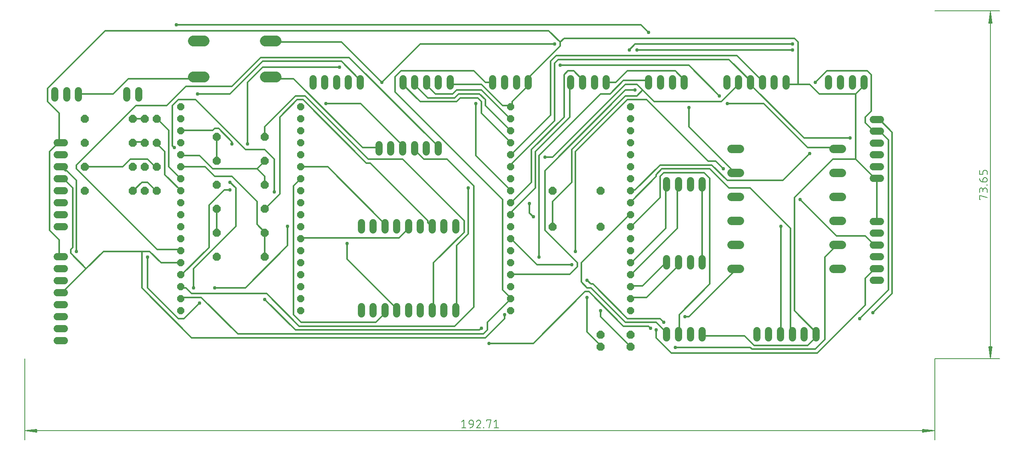
<source format=gbr>
G04 EAGLE Gerber RS-274X export*
G75*
%MOMM*%
%FSLAX34Y34*%
%LPD*%
%INTop Copper*%
%IPPOS*%
%AMOC8*
5,1,8,0,0,1.08239X$1,22.5*%
G01*
%ADD10C,0.130000*%
%ADD11C,0.152400*%
%ADD12C,2.247900*%
%ADD13C,1.524000*%
%ADD14P,1.632244X8X22.500000*%
%ADD15C,1.790700*%
%ADD16P,1.814519X8X22.500000*%
%ADD17P,1.814519X8X202.500000*%
%ADD18P,1.814519X8X112.500000*%
%ADD19C,0.304800*%
%ADD20C,0.756400*%


D10*
X0Y0D02*
X0Y-171900D01*
X1927100Y-171900D02*
X1927100Y0D01*
X1926450Y-152400D02*
X650Y-152400D01*
X26000Y-149208D01*
X26000Y-155592D01*
X650Y-152400D01*
X26000Y-151100D01*
X26000Y-153700D02*
X650Y-152400D01*
X26000Y-149800D01*
X26000Y-155000D02*
X650Y-152400D01*
X1901100Y-149208D02*
X1926450Y-152400D01*
X1901100Y-149208D02*
X1901100Y-155592D01*
X1926450Y-152400D01*
X1901100Y-151100D01*
X1901100Y-153700D02*
X1926450Y-152400D01*
X1901100Y-149800D01*
X1901100Y-155000D02*
X1926450Y-152400D01*
D11*
X929821Y-129637D02*
X925306Y-133249D01*
X929821Y-129637D02*
X929821Y-145893D01*
X925306Y-145893D02*
X934337Y-145893D01*
X944550Y-138668D02*
X949968Y-138668D01*
X944550Y-138668D02*
X944432Y-138666D01*
X944314Y-138660D01*
X944196Y-138651D01*
X944079Y-138637D01*
X943962Y-138620D01*
X943845Y-138599D01*
X943730Y-138574D01*
X943615Y-138545D01*
X943501Y-138512D01*
X943389Y-138476D01*
X943278Y-138436D01*
X943168Y-138393D01*
X943059Y-138346D01*
X942952Y-138296D01*
X942847Y-138241D01*
X942744Y-138184D01*
X942643Y-138123D01*
X942543Y-138059D01*
X942446Y-137992D01*
X942351Y-137922D01*
X942259Y-137848D01*
X942168Y-137772D01*
X942081Y-137692D01*
X941996Y-137610D01*
X941914Y-137525D01*
X941834Y-137438D01*
X941758Y-137347D01*
X941684Y-137255D01*
X941614Y-137160D01*
X941547Y-137063D01*
X941483Y-136963D01*
X941422Y-136862D01*
X941365Y-136759D01*
X941310Y-136654D01*
X941260Y-136547D01*
X941213Y-136438D01*
X941170Y-136328D01*
X941130Y-136217D01*
X941094Y-136105D01*
X941061Y-135991D01*
X941032Y-135876D01*
X941007Y-135761D01*
X940986Y-135644D01*
X940969Y-135527D01*
X940955Y-135410D01*
X940946Y-135292D01*
X940940Y-135174D01*
X940938Y-135056D01*
X940937Y-135056D02*
X940937Y-134153D01*
X940939Y-134020D01*
X940945Y-133888D01*
X940955Y-133756D01*
X940968Y-133624D01*
X940986Y-133492D01*
X941007Y-133362D01*
X941032Y-133231D01*
X941061Y-133102D01*
X941094Y-132974D01*
X941130Y-132846D01*
X941170Y-132720D01*
X941214Y-132595D01*
X941262Y-132471D01*
X941313Y-132349D01*
X941368Y-132228D01*
X941426Y-132109D01*
X941488Y-131991D01*
X941553Y-131876D01*
X941622Y-131762D01*
X941693Y-131651D01*
X941769Y-131542D01*
X941847Y-131435D01*
X941928Y-131330D01*
X942013Y-131228D01*
X942100Y-131128D01*
X942190Y-131031D01*
X942283Y-130936D01*
X942379Y-130845D01*
X942477Y-130756D01*
X942578Y-130670D01*
X942682Y-130587D01*
X942788Y-130507D01*
X942896Y-130431D01*
X943006Y-130357D01*
X943119Y-130287D01*
X943233Y-130220D01*
X943350Y-130157D01*
X943468Y-130097D01*
X943588Y-130040D01*
X943710Y-129987D01*
X943833Y-129938D01*
X943957Y-129892D01*
X944083Y-129850D01*
X944210Y-129812D01*
X944338Y-129777D01*
X944467Y-129746D01*
X944596Y-129719D01*
X944727Y-129696D01*
X944858Y-129676D01*
X944990Y-129661D01*
X945122Y-129649D01*
X945254Y-129641D01*
X945387Y-129637D01*
X945519Y-129637D01*
X945652Y-129641D01*
X945784Y-129649D01*
X945916Y-129661D01*
X946048Y-129676D01*
X946179Y-129696D01*
X946310Y-129719D01*
X946439Y-129746D01*
X946568Y-129777D01*
X946696Y-129812D01*
X946823Y-129850D01*
X946949Y-129892D01*
X947073Y-129938D01*
X947196Y-129987D01*
X947318Y-130040D01*
X947438Y-130097D01*
X947556Y-130157D01*
X947673Y-130220D01*
X947787Y-130287D01*
X947900Y-130357D01*
X948010Y-130431D01*
X948118Y-130507D01*
X948224Y-130587D01*
X948328Y-130670D01*
X948429Y-130756D01*
X948527Y-130845D01*
X948623Y-130936D01*
X948716Y-131031D01*
X948806Y-131128D01*
X948893Y-131228D01*
X948978Y-131330D01*
X949059Y-131435D01*
X949137Y-131542D01*
X949213Y-131651D01*
X949284Y-131762D01*
X949353Y-131876D01*
X949418Y-131991D01*
X949480Y-132109D01*
X949538Y-132228D01*
X949593Y-132349D01*
X949644Y-132471D01*
X949692Y-132595D01*
X949736Y-132720D01*
X949776Y-132846D01*
X949812Y-132974D01*
X949845Y-133102D01*
X949874Y-133231D01*
X949899Y-133362D01*
X949920Y-133492D01*
X949938Y-133624D01*
X949951Y-133756D01*
X949961Y-133888D01*
X949967Y-134020D01*
X949969Y-134153D01*
X949968Y-134153D02*
X949968Y-138668D01*
X949966Y-138843D01*
X949960Y-139017D01*
X949949Y-139191D01*
X949934Y-139365D01*
X949915Y-139539D01*
X949892Y-139712D01*
X949865Y-139884D01*
X949833Y-140056D01*
X949798Y-140227D01*
X949758Y-140397D01*
X949714Y-140566D01*
X949666Y-140734D01*
X949614Y-140901D01*
X949558Y-141066D01*
X949498Y-141230D01*
X949435Y-141393D01*
X949367Y-141553D01*
X949295Y-141713D01*
X949220Y-141870D01*
X949140Y-142026D01*
X949057Y-142179D01*
X948971Y-142331D01*
X948880Y-142480D01*
X948786Y-142627D01*
X948689Y-142772D01*
X948588Y-142915D01*
X948484Y-143055D01*
X948376Y-143192D01*
X948265Y-143327D01*
X948151Y-143459D01*
X948034Y-143588D01*
X947913Y-143715D01*
X947790Y-143838D01*
X947663Y-143959D01*
X947534Y-144076D01*
X947402Y-144190D01*
X947267Y-144301D01*
X947130Y-144409D01*
X946990Y-144513D01*
X946847Y-144614D01*
X946702Y-144711D01*
X946555Y-144805D01*
X946406Y-144896D01*
X946254Y-144982D01*
X946101Y-145065D01*
X945945Y-145145D01*
X945788Y-145220D01*
X945628Y-145292D01*
X945468Y-145360D01*
X945305Y-145423D01*
X945141Y-145483D01*
X944976Y-145539D01*
X944809Y-145591D01*
X944641Y-145639D01*
X944472Y-145683D01*
X944302Y-145723D01*
X944131Y-145758D01*
X943959Y-145790D01*
X943787Y-145817D01*
X943614Y-145840D01*
X943440Y-145859D01*
X943266Y-145874D01*
X943092Y-145885D01*
X942918Y-145891D01*
X942743Y-145893D01*
X961535Y-129637D02*
X961660Y-129639D01*
X961785Y-129645D01*
X961910Y-129654D01*
X962034Y-129668D01*
X962158Y-129685D01*
X962282Y-129706D01*
X962404Y-129731D01*
X962526Y-129760D01*
X962647Y-129792D01*
X962767Y-129828D01*
X962886Y-129868D01*
X963003Y-129911D01*
X963119Y-129958D01*
X963234Y-130009D01*
X963346Y-130063D01*
X963458Y-130121D01*
X963567Y-130181D01*
X963674Y-130246D01*
X963780Y-130313D01*
X963883Y-130384D01*
X963984Y-130458D01*
X964083Y-130535D01*
X964179Y-130615D01*
X964273Y-130698D01*
X964364Y-130783D01*
X964453Y-130872D01*
X964538Y-130963D01*
X964621Y-131057D01*
X964701Y-131153D01*
X964778Y-131252D01*
X964852Y-131353D01*
X964923Y-131456D01*
X964990Y-131562D01*
X965055Y-131669D01*
X965115Y-131778D01*
X965173Y-131890D01*
X965227Y-132002D01*
X965278Y-132117D01*
X965325Y-132233D01*
X965368Y-132350D01*
X965408Y-132469D01*
X965444Y-132589D01*
X965476Y-132710D01*
X965505Y-132832D01*
X965530Y-132954D01*
X965551Y-133078D01*
X965568Y-133202D01*
X965582Y-133326D01*
X965591Y-133451D01*
X965597Y-133576D01*
X965599Y-133701D01*
X961535Y-129637D02*
X961392Y-129639D01*
X961250Y-129645D01*
X961107Y-129655D01*
X960965Y-129668D01*
X960824Y-129686D01*
X960682Y-129707D01*
X960542Y-129732D01*
X960402Y-129761D01*
X960263Y-129794D01*
X960125Y-129831D01*
X959988Y-129871D01*
X959853Y-129915D01*
X959718Y-129963D01*
X959585Y-130015D01*
X959453Y-130070D01*
X959323Y-130129D01*
X959195Y-130191D01*
X959068Y-130257D01*
X958943Y-130326D01*
X958820Y-130398D01*
X958699Y-130474D01*
X958581Y-130553D01*
X958464Y-130636D01*
X958350Y-130721D01*
X958238Y-130810D01*
X958129Y-130901D01*
X958022Y-130996D01*
X957917Y-131093D01*
X957816Y-131194D01*
X957717Y-131297D01*
X957621Y-131402D01*
X957528Y-131511D01*
X957438Y-131622D01*
X957351Y-131735D01*
X957267Y-131850D01*
X957187Y-131968D01*
X957109Y-132088D01*
X957035Y-132210D01*
X956965Y-132334D01*
X956897Y-132460D01*
X956834Y-132588D01*
X956773Y-132717D01*
X956716Y-132848D01*
X956663Y-132980D01*
X956614Y-133114D01*
X956568Y-133249D01*
X964244Y-136862D02*
X964338Y-136770D01*
X964428Y-136676D01*
X964516Y-136579D01*
X964601Y-136479D01*
X964683Y-136377D01*
X964761Y-136272D01*
X964837Y-136165D01*
X964909Y-136056D01*
X964978Y-135945D01*
X965044Y-135831D01*
X965106Y-135716D01*
X965165Y-135599D01*
X965220Y-135480D01*
X965271Y-135360D01*
X965319Y-135238D01*
X965364Y-135115D01*
X965404Y-134991D01*
X965441Y-134865D01*
X965474Y-134738D01*
X965503Y-134611D01*
X965529Y-134482D01*
X965550Y-134353D01*
X965568Y-134223D01*
X965581Y-134093D01*
X965591Y-133963D01*
X965597Y-133832D01*
X965599Y-133701D01*
X964245Y-136862D02*
X956568Y-145893D01*
X965599Y-145893D01*
X971574Y-145893D02*
X971574Y-144990D01*
X972477Y-144990D01*
X972477Y-145893D01*
X971574Y-145893D01*
X978452Y-131443D02*
X978452Y-129637D01*
X987483Y-129637D01*
X982968Y-145893D01*
X994083Y-133249D02*
X998599Y-129637D01*
X998599Y-145893D01*
X1003114Y-145893D02*
X994083Y-145893D01*
D10*
X1927100Y0D02*
X2064200Y0D01*
X2064200Y736500D02*
X1927100Y736500D01*
X2044700Y735850D02*
X2044700Y650D01*
X2041508Y26000D01*
X2047892Y26000D01*
X2044700Y650D01*
X2043400Y26000D01*
X2046000Y26000D02*
X2044700Y650D01*
X2042100Y26000D01*
X2047300Y26000D02*
X2044700Y650D01*
X2041508Y710500D02*
X2044700Y735850D01*
X2041508Y710500D02*
X2047892Y710500D01*
X2044700Y735850D01*
X2043400Y710500D01*
X2046000Y710500D02*
X2044700Y735850D01*
X2042100Y710500D01*
X2047300Y710500D02*
X2044700Y735850D01*
D11*
X2023743Y337102D02*
X2021937Y337102D01*
X2021937Y346133D01*
X2038193Y341618D01*
X2038193Y352733D02*
X2038193Y357249D01*
X2038191Y357382D01*
X2038185Y357514D01*
X2038175Y357646D01*
X2038162Y357778D01*
X2038144Y357910D01*
X2038123Y358040D01*
X2038098Y358171D01*
X2038069Y358300D01*
X2038036Y358428D01*
X2038000Y358556D01*
X2037960Y358682D01*
X2037916Y358807D01*
X2037868Y358931D01*
X2037817Y359053D01*
X2037762Y359174D01*
X2037704Y359293D01*
X2037642Y359411D01*
X2037577Y359526D01*
X2037508Y359640D01*
X2037437Y359751D01*
X2037361Y359860D01*
X2037283Y359967D01*
X2037202Y360072D01*
X2037117Y360174D01*
X2037030Y360274D01*
X2036940Y360371D01*
X2036847Y360466D01*
X2036751Y360557D01*
X2036653Y360646D01*
X2036552Y360732D01*
X2036448Y360815D01*
X2036342Y360895D01*
X2036234Y360971D01*
X2036124Y361045D01*
X2036011Y361115D01*
X2035897Y361182D01*
X2035780Y361245D01*
X2035662Y361305D01*
X2035542Y361362D01*
X2035420Y361415D01*
X2035297Y361464D01*
X2035173Y361510D01*
X2035047Y361552D01*
X2034920Y361590D01*
X2034792Y361625D01*
X2034663Y361656D01*
X2034534Y361683D01*
X2034403Y361706D01*
X2034272Y361726D01*
X2034140Y361741D01*
X2034008Y361753D01*
X2033876Y361761D01*
X2033743Y361765D01*
X2033611Y361765D01*
X2033478Y361761D01*
X2033346Y361753D01*
X2033214Y361741D01*
X2033082Y361726D01*
X2032951Y361706D01*
X2032820Y361683D01*
X2032691Y361656D01*
X2032562Y361625D01*
X2032434Y361590D01*
X2032307Y361552D01*
X2032181Y361510D01*
X2032057Y361464D01*
X2031934Y361415D01*
X2031812Y361362D01*
X2031692Y361305D01*
X2031574Y361245D01*
X2031457Y361182D01*
X2031343Y361115D01*
X2031230Y361045D01*
X2031120Y360971D01*
X2031012Y360895D01*
X2030906Y360815D01*
X2030802Y360732D01*
X2030701Y360646D01*
X2030603Y360557D01*
X2030507Y360466D01*
X2030414Y360371D01*
X2030324Y360274D01*
X2030237Y360174D01*
X2030152Y360072D01*
X2030071Y359967D01*
X2029993Y359860D01*
X2029917Y359751D01*
X2029846Y359640D01*
X2029777Y359526D01*
X2029712Y359411D01*
X2029650Y359293D01*
X2029592Y359174D01*
X2029537Y359053D01*
X2029486Y358931D01*
X2029438Y358807D01*
X2029394Y358682D01*
X2029354Y358556D01*
X2029318Y358428D01*
X2029285Y358300D01*
X2029256Y358171D01*
X2029231Y358040D01*
X2029210Y357910D01*
X2029192Y357778D01*
X2029179Y357646D01*
X2029169Y357514D01*
X2029163Y357382D01*
X2029161Y357249D01*
X2021937Y358152D02*
X2021937Y352733D01*
X2021937Y358152D02*
X2021939Y358271D01*
X2021945Y358391D01*
X2021955Y358510D01*
X2021969Y358628D01*
X2021986Y358747D01*
X2022008Y358864D01*
X2022033Y358981D01*
X2022063Y359096D01*
X2022096Y359211D01*
X2022133Y359325D01*
X2022173Y359437D01*
X2022218Y359548D01*
X2022266Y359657D01*
X2022317Y359765D01*
X2022372Y359871D01*
X2022431Y359975D01*
X2022493Y360077D01*
X2022558Y360177D01*
X2022627Y360275D01*
X2022699Y360371D01*
X2022774Y360464D01*
X2022851Y360554D01*
X2022932Y360642D01*
X2023016Y360727D01*
X2023103Y360809D01*
X2023192Y360889D01*
X2023284Y360965D01*
X2023378Y361039D01*
X2023475Y361109D01*
X2023573Y361176D01*
X2023674Y361240D01*
X2023778Y361300D01*
X2023883Y361357D01*
X2023990Y361410D01*
X2024098Y361460D01*
X2024208Y361506D01*
X2024320Y361548D01*
X2024433Y361587D01*
X2024547Y361622D01*
X2024662Y361653D01*
X2024779Y361681D01*
X2024896Y361704D01*
X2025013Y361724D01*
X2025132Y361740D01*
X2025251Y361752D01*
X2025370Y361760D01*
X2025489Y361764D01*
X2025609Y361764D01*
X2025728Y361760D01*
X2025847Y361752D01*
X2025966Y361740D01*
X2026085Y361724D01*
X2026202Y361704D01*
X2026319Y361681D01*
X2026436Y361653D01*
X2026551Y361622D01*
X2026665Y361587D01*
X2026778Y361548D01*
X2026890Y361506D01*
X2027000Y361460D01*
X2027108Y361410D01*
X2027215Y361357D01*
X2027320Y361300D01*
X2027424Y361240D01*
X2027525Y361176D01*
X2027623Y361109D01*
X2027720Y361039D01*
X2027814Y360965D01*
X2027906Y360889D01*
X2027995Y360809D01*
X2028082Y360727D01*
X2028166Y360642D01*
X2028247Y360554D01*
X2028324Y360464D01*
X2028399Y360371D01*
X2028471Y360275D01*
X2028540Y360177D01*
X2028605Y360077D01*
X2028667Y359975D01*
X2028726Y359871D01*
X2028781Y359765D01*
X2028832Y359657D01*
X2028880Y359548D01*
X2028925Y359437D01*
X2028965Y359325D01*
X2029002Y359211D01*
X2029035Y359096D01*
X2029065Y358981D01*
X2029090Y358864D01*
X2029112Y358747D01*
X2029129Y358628D01*
X2029143Y358510D01*
X2029153Y358391D01*
X2029159Y358271D01*
X2029161Y358152D01*
X2029162Y358152D02*
X2029162Y354539D01*
X2037290Y367739D02*
X2038193Y367739D01*
X2037290Y367739D02*
X2037290Y368642D01*
X2038193Y368642D01*
X2038193Y367739D01*
X2029162Y374617D02*
X2029162Y380036D01*
X2029164Y380154D01*
X2029170Y380272D01*
X2029179Y380390D01*
X2029193Y380507D01*
X2029210Y380624D01*
X2029231Y380741D01*
X2029256Y380856D01*
X2029285Y380971D01*
X2029318Y381085D01*
X2029354Y381197D01*
X2029394Y381308D01*
X2029437Y381418D01*
X2029484Y381527D01*
X2029534Y381634D01*
X2029589Y381739D01*
X2029646Y381842D01*
X2029707Y381943D01*
X2029771Y382043D01*
X2029838Y382140D01*
X2029908Y382235D01*
X2029982Y382327D01*
X2030058Y382418D01*
X2030138Y382505D01*
X2030220Y382590D01*
X2030305Y382672D01*
X2030392Y382752D01*
X2030483Y382828D01*
X2030575Y382902D01*
X2030670Y382972D01*
X2030767Y383039D01*
X2030867Y383103D01*
X2030968Y383164D01*
X2031071Y383221D01*
X2031176Y383276D01*
X2031283Y383326D01*
X2031392Y383373D01*
X2031502Y383416D01*
X2031613Y383456D01*
X2031725Y383492D01*
X2031839Y383525D01*
X2031954Y383554D01*
X2032069Y383579D01*
X2032186Y383600D01*
X2032303Y383617D01*
X2032420Y383631D01*
X2032538Y383640D01*
X2032656Y383646D01*
X2032774Y383648D01*
X2033677Y383648D01*
X2033810Y383646D01*
X2033942Y383640D01*
X2034074Y383630D01*
X2034206Y383617D01*
X2034338Y383599D01*
X2034468Y383578D01*
X2034599Y383553D01*
X2034728Y383524D01*
X2034856Y383491D01*
X2034984Y383455D01*
X2035110Y383415D01*
X2035235Y383371D01*
X2035359Y383323D01*
X2035481Y383272D01*
X2035602Y383217D01*
X2035721Y383159D01*
X2035839Y383097D01*
X2035954Y383032D01*
X2036068Y382963D01*
X2036179Y382892D01*
X2036288Y382816D01*
X2036395Y382738D01*
X2036500Y382657D01*
X2036602Y382572D01*
X2036702Y382485D01*
X2036799Y382395D01*
X2036894Y382302D01*
X2036985Y382206D01*
X2037074Y382108D01*
X2037160Y382007D01*
X2037243Y381903D01*
X2037323Y381797D01*
X2037399Y381689D01*
X2037473Y381579D01*
X2037543Y381466D01*
X2037610Y381352D01*
X2037673Y381235D01*
X2037733Y381117D01*
X2037790Y380997D01*
X2037843Y380875D01*
X2037892Y380752D01*
X2037938Y380628D01*
X2037980Y380502D01*
X2038018Y380375D01*
X2038053Y380247D01*
X2038084Y380118D01*
X2038111Y379989D01*
X2038134Y379858D01*
X2038154Y379727D01*
X2038169Y379595D01*
X2038181Y379463D01*
X2038189Y379331D01*
X2038193Y379198D01*
X2038193Y379066D01*
X2038189Y378933D01*
X2038181Y378801D01*
X2038169Y378669D01*
X2038154Y378537D01*
X2038134Y378406D01*
X2038111Y378275D01*
X2038084Y378146D01*
X2038053Y378017D01*
X2038018Y377889D01*
X2037980Y377762D01*
X2037938Y377636D01*
X2037892Y377512D01*
X2037843Y377389D01*
X2037790Y377267D01*
X2037733Y377147D01*
X2037673Y377029D01*
X2037610Y376912D01*
X2037543Y376798D01*
X2037473Y376685D01*
X2037399Y376575D01*
X2037323Y376467D01*
X2037243Y376361D01*
X2037160Y376257D01*
X2037074Y376156D01*
X2036985Y376058D01*
X2036894Y375962D01*
X2036799Y375869D01*
X2036702Y375779D01*
X2036602Y375692D01*
X2036500Y375607D01*
X2036395Y375526D01*
X2036288Y375448D01*
X2036179Y375372D01*
X2036068Y375301D01*
X2035954Y375232D01*
X2035839Y375167D01*
X2035721Y375105D01*
X2035602Y375047D01*
X2035481Y374992D01*
X2035359Y374941D01*
X2035235Y374893D01*
X2035110Y374849D01*
X2034984Y374809D01*
X2034856Y374773D01*
X2034728Y374740D01*
X2034599Y374711D01*
X2034468Y374686D01*
X2034338Y374665D01*
X2034206Y374647D01*
X2034074Y374634D01*
X2033942Y374624D01*
X2033810Y374618D01*
X2033677Y374616D01*
X2033677Y374617D02*
X2029162Y374617D01*
X2028985Y374619D01*
X2028807Y374626D01*
X2028630Y374637D01*
X2028454Y374652D01*
X2028278Y374671D01*
X2028102Y374695D01*
X2027927Y374723D01*
X2027752Y374756D01*
X2027579Y374793D01*
X2027406Y374834D01*
X2027235Y374879D01*
X2027065Y374928D01*
X2026896Y374982D01*
X2026728Y375039D01*
X2026562Y375101D01*
X2026397Y375167D01*
X2026234Y375237D01*
X2026073Y375311D01*
X2025914Y375388D01*
X2025756Y375470D01*
X2025601Y375556D01*
X2025448Y375645D01*
X2025297Y375738D01*
X2025148Y375835D01*
X2025002Y375935D01*
X2024858Y376039D01*
X2024717Y376146D01*
X2024579Y376257D01*
X2024443Y376371D01*
X2024310Y376489D01*
X2024180Y376609D01*
X2024053Y376733D01*
X2023929Y376860D01*
X2023809Y376990D01*
X2023691Y377123D01*
X2023577Y377258D01*
X2023466Y377397D01*
X2023359Y377538D01*
X2023255Y377682D01*
X2023155Y377828D01*
X2023058Y377977D01*
X2022965Y378128D01*
X2022876Y378281D01*
X2022790Y378436D01*
X2022708Y378594D01*
X2022631Y378753D01*
X2022557Y378914D01*
X2022487Y379077D01*
X2022421Y379242D01*
X2022359Y379408D01*
X2022302Y379576D01*
X2022248Y379745D01*
X2022199Y379915D01*
X2022154Y380086D01*
X2022113Y380259D01*
X2022076Y380432D01*
X2022043Y380607D01*
X2022015Y380782D01*
X2021991Y380958D01*
X2021972Y381134D01*
X2021957Y381310D01*
X2021946Y381487D01*
X2021939Y381665D01*
X2021937Y381842D01*
X2038193Y390248D02*
X2038193Y395667D01*
X2038191Y395785D01*
X2038185Y395903D01*
X2038176Y396021D01*
X2038162Y396138D01*
X2038145Y396255D01*
X2038124Y396372D01*
X2038099Y396487D01*
X2038070Y396602D01*
X2038037Y396716D01*
X2038001Y396828D01*
X2037961Y396939D01*
X2037918Y397049D01*
X2037871Y397158D01*
X2037821Y397265D01*
X2037766Y397370D01*
X2037709Y397473D01*
X2037648Y397574D01*
X2037584Y397674D01*
X2037517Y397771D01*
X2037447Y397866D01*
X2037373Y397958D01*
X2037297Y398049D01*
X2037217Y398136D01*
X2037135Y398221D01*
X2037050Y398303D01*
X2036963Y398383D01*
X2036872Y398459D01*
X2036780Y398533D01*
X2036685Y398603D01*
X2036588Y398670D01*
X2036488Y398734D01*
X2036387Y398795D01*
X2036284Y398852D01*
X2036179Y398907D01*
X2036072Y398957D01*
X2035963Y399004D01*
X2035853Y399047D01*
X2035742Y399087D01*
X2035630Y399123D01*
X2035516Y399156D01*
X2035401Y399185D01*
X2035286Y399210D01*
X2035169Y399231D01*
X2035052Y399248D01*
X2034935Y399262D01*
X2034817Y399271D01*
X2034699Y399277D01*
X2034581Y399279D01*
X2032774Y399279D01*
X2032656Y399277D01*
X2032538Y399271D01*
X2032420Y399262D01*
X2032303Y399248D01*
X2032186Y399231D01*
X2032069Y399210D01*
X2031954Y399185D01*
X2031839Y399156D01*
X2031725Y399123D01*
X2031613Y399087D01*
X2031502Y399047D01*
X2031392Y399004D01*
X2031283Y398957D01*
X2031176Y398907D01*
X2031071Y398852D01*
X2030968Y398795D01*
X2030867Y398734D01*
X2030767Y398670D01*
X2030670Y398603D01*
X2030575Y398533D01*
X2030483Y398459D01*
X2030392Y398383D01*
X2030305Y398303D01*
X2030220Y398221D01*
X2030138Y398136D01*
X2030058Y398049D01*
X2029982Y397958D01*
X2029908Y397866D01*
X2029838Y397771D01*
X2029771Y397674D01*
X2029707Y397574D01*
X2029646Y397473D01*
X2029589Y397370D01*
X2029534Y397265D01*
X2029484Y397158D01*
X2029437Y397049D01*
X2029394Y396939D01*
X2029354Y396828D01*
X2029318Y396716D01*
X2029285Y396602D01*
X2029256Y396487D01*
X2029231Y396372D01*
X2029210Y396255D01*
X2029193Y396138D01*
X2029179Y396021D01*
X2029170Y395903D01*
X2029164Y395785D01*
X2029162Y395667D01*
X2029162Y390248D01*
X2021937Y390248D01*
X2021937Y399279D01*
D12*
X531940Y673100D02*
X509461Y673100D01*
X379540Y673100D02*
X357061Y673100D01*
X509461Y596900D02*
X531940Y596900D01*
X379540Y596900D02*
X357061Y596900D01*
D13*
X83820Y304800D02*
X68580Y304800D01*
X68580Y330200D02*
X83820Y330200D01*
X83820Y355600D02*
X68580Y355600D01*
X68580Y381000D02*
X83820Y381000D01*
X83820Y406400D02*
X68580Y406400D01*
X68580Y431800D02*
X83820Y431800D01*
X83820Y457200D02*
X68580Y457200D01*
X68580Y279400D02*
X83820Y279400D01*
X83820Y63500D02*
X68580Y63500D01*
X68580Y88900D02*
X83820Y88900D01*
X83820Y114300D02*
X68580Y114300D01*
X68580Y139700D02*
X83820Y139700D01*
X83820Y165100D02*
X68580Y165100D01*
X68580Y190500D02*
X83820Y190500D01*
X83820Y215900D02*
X68580Y215900D01*
X68580Y38100D02*
X83820Y38100D01*
X216100Y552180D02*
X216100Y567420D01*
X241100Y567420D02*
X241100Y552180D01*
X737800Y110220D02*
X737800Y94980D01*
X762800Y94980D02*
X762800Y110220D01*
X862800Y110220D02*
X862800Y94980D01*
X787800Y94980D02*
X787800Y110220D01*
X812800Y110220D02*
X812800Y94980D01*
X837800Y94980D02*
X837800Y110220D01*
X887800Y110220D02*
X887800Y94980D01*
X912800Y94980D02*
X912800Y110220D01*
X712800Y110220D02*
X712800Y94980D01*
X737800Y272780D02*
X737800Y288020D01*
X762800Y288020D02*
X762800Y272780D01*
X862800Y272780D02*
X862800Y288020D01*
X787800Y288020D02*
X787800Y272780D01*
X812800Y272780D02*
X812800Y288020D01*
X837800Y288020D02*
X837800Y272780D01*
X887800Y272780D02*
X887800Y288020D01*
X912800Y288020D02*
X912800Y272780D01*
X712800Y272780D02*
X712800Y288020D01*
X63900Y552180D02*
X63900Y567420D01*
X88900Y567420D02*
X88900Y552180D01*
X113900Y552180D02*
X113900Y567420D01*
D14*
X330200Y533400D03*
X330200Y508000D03*
X330200Y482600D03*
X330200Y457200D03*
X330200Y431800D03*
X330200Y406400D03*
X330200Y381000D03*
X330200Y355600D03*
X330200Y330200D03*
X330200Y304800D03*
X330200Y279400D03*
X330200Y254000D03*
X330200Y228600D03*
X330200Y203200D03*
X330200Y177800D03*
X330200Y152400D03*
X330200Y127000D03*
X330200Y101600D03*
X584200Y101600D03*
X584200Y127000D03*
X584200Y152400D03*
X584200Y177800D03*
X584200Y203200D03*
X584200Y228600D03*
X584200Y254000D03*
X584200Y279400D03*
X584200Y304800D03*
X584200Y330200D03*
X584200Y355600D03*
X584200Y381000D03*
X584200Y406400D03*
X584200Y431800D03*
X584200Y457200D03*
X584200Y482600D03*
X584200Y508000D03*
X584200Y533400D03*
X1028700Y533400D03*
X1028700Y508000D03*
X1028700Y482600D03*
X1028700Y457200D03*
X1028700Y431800D03*
X1028700Y406400D03*
X1028700Y381000D03*
X1028700Y355600D03*
X1028700Y330200D03*
X1028700Y304800D03*
X1028700Y279400D03*
X1028700Y254000D03*
X1028700Y228600D03*
X1028700Y203200D03*
X1028700Y177800D03*
X1028700Y152400D03*
X1028700Y127000D03*
X1028700Y101600D03*
X1282700Y101600D03*
X1282700Y127000D03*
X1282700Y152400D03*
X1282700Y177800D03*
X1282700Y203200D03*
X1282700Y228600D03*
X1282700Y254000D03*
X1282700Y279400D03*
X1282700Y304800D03*
X1282700Y330200D03*
X1282700Y355600D03*
X1282700Y381000D03*
X1282700Y406400D03*
X1282700Y431800D03*
X1282700Y457200D03*
X1282700Y482600D03*
X1282700Y508000D03*
X1282700Y533400D03*
D15*
X1711897Y190500D02*
X1729804Y190500D01*
X1729804Y241300D02*
X1711897Y241300D01*
X1711897Y292100D02*
X1729804Y292100D01*
X1729804Y342900D02*
X1711897Y342900D01*
X1711897Y393700D02*
X1729804Y393700D01*
X1729804Y444500D02*
X1711897Y444500D01*
X1513904Y444500D02*
X1495997Y444500D01*
X1495997Y393700D02*
X1513904Y393700D01*
X1513904Y342900D02*
X1495997Y342900D01*
X1495997Y292100D02*
X1513904Y292100D01*
X1513904Y241300D02*
X1495997Y241300D01*
X1495997Y190500D02*
X1513904Y190500D01*
D13*
X825300Y437880D02*
X825300Y453120D01*
X750300Y453120D02*
X750300Y437880D01*
X775300Y437880D02*
X775300Y453120D01*
X800300Y453120D02*
X800300Y437880D01*
X850300Y437880D02*
X850300Y453120D01*
X875300Y453120D02*
X875300Y437880D01*
D16*
X406400Y469900D03*
X508000Y469900D03*
D17*
X508000Y419100D03*
X406400Y419100D03*
D16*
X406400Y368300D03*
X508000Y368300D03*
X406400Y317500D03*
X508000Y317500D03*
D17*
X508000Y266700D03*
X406400Y266700D03*
D16*
X406400Y215900D03*
X508000Y215900D03*
D13*
X660400Y577580D02*
X660400Y592820D01*
X610400Y592820D02*
X610400Y577580D01*
X635400Y577580D02*
X635400Y592820D01*
X685400Y592820D02*
X685400Y577580D01*
X710400Y577580D02*
X710400Y592820D01*
X850900Y592820D02*
X850900Y577580D01*
X800900Y577580D02*
X800900Y592820D01*
X825900Y592820D02*
X825900Y577580D01*
X875900Y577580D02*
X875900Y592820D01*
X900900Y592820D02*
X900900Y577580D01*
X1181300Y577580D02*
X1181300Y592820D01*
X1156300Y592820D02*
X1156300Y577580D01*
X1206300Y577580D02*
X1206300Y592820D01*
X1231300Y592820D02*
X1231300Y577580D01*
X1346400Y577580D02*
X1346400Y592820D01*
X1321400Y592820D02*
X1321400Y577580D01*
X1371400Y577580D02*
X1371400Y592820D01*
X1396400Y592820D02*
X1396400Y577580D01*
X1016200Y577580D02*
X1016200Y592820D01*
X991200Y592820D02*
X991200Y577580D01*
X1041200Y577580D02*
X1041200Y592820D01*
X1066200Y592820D02*
X1066200Y577580D01*
X1561900Y577580D02*
X1561900Y592820D01*
X1486900Y592820D02*
X1486900Y577580D01*
X1511900Y577580D02*
X1511900Y592820D01*
X1536900Y592820D02*
X1536900Y577580D01*
X1586900Y577580D02*
X1586900Y592820D01*
X1611900Y592820D02*
X1611900Y577580D01*
X1727400Y577580D02*
X1727400Y592820D01*
X1702400Y592820D02*
X1702400Y577580D01*
X1752400Y577580D02*
X1752400Y592820D01*
X1777400Y592820D02*
X1777400Y577580D01*
X1625400Y59420D02*
X1625400Y44180D01*
X1550400Y44180D02*
X1550400Y59420D01*
X1575400Y59420D02*
X1575400Y44180D01*
X1600400Y44180D02*
X1600400Y59420D01*
X1650400Y59420D02*
X1650400Y44180D01*
X1675400Y44180D02*
X1675400Y59420D01*
X1384500Y59420D02*
X1384500Y44180D01*
X1359500Y44180D02*
X1359500Y59420D01*
X1409500Y59420D02*
X1409500Y44180D01*
X1434500Y44180D02*
X1434500Y59420D01*
X1384500Y196580D02*
X1384500Y211820D01*
X1359500Y211820D02*
X1359500Y196580D01*
X1409500Y196580D02*
X1409500Y211820D01*
X1434500Y211820D02*
X1434500Y196580D01*
X1796780Y432000D02*
X1812020Y432000D01*
X1812020Y507000D02*
X1796780Y507000D01*
X1796780Y482000D02*
X1812020Y482000D01*
X1812020Y457000D02*
X1796780Y457000D01*
X1796780Y407000D02*
X1812020Y407000D01*
X1812020Y382000D02*
X1796780Y382000D01*
X1796780Y216100D02*
X1812020Y216100D01*
X1812020Y291100D02*
X1796780Y291100D01*
X1796780Y266100D02*
X1812020Y266100D01*
X1812020Y241100D02*
X1796780Y241100D01*
X1796780Y191100D02*
X1812020Y191100D01*
X1812020Y166100D02*
X1796780Y166100D01*
D17*
X279400Y508000D03*
X254000Y508000D03*
X279400Y457200D03*
X254000Y457200D03*
D16*
X127000Y508000D03*
X228600Y508000D03*
X127000Y457200D03*
X228600Y457200D03*
D17*
X279400Y406400D03*
X254000Y406400D03*
X279400Y355600D03*
X254000Y355600D03*
X228600Y406400D03*
X127000Y406400D03*
D16*
X127000Y355600D03*
X228600Y355600D03*
D13*
X1384500Y361680D02*
X1384500Y376920D01*
X1359500Y376920D02*
X1359500Y361680D01*
X1409500Y361680D02*
X1409500Y376920D01*
X1434500Y376920D02*
X1434500Y361680D01*
D18*
X1282700Y25400D03*
X1282700Y50800D03*
X1219200Y25400D03*
X1219200Y50800D03*
D16*
X1117600Y355600D03*
X1219200Y355600D03*
X1117600Y279400D03*
X1219200Y279400D03*
D19*
X755904Y585216D02*
X670560Y670560D01*
X524256Y670560D01*
X520700Y673100D01*
X837184Y666496D02*
X1121664Y666496D01*
X837184Y666496D02*
X755904Y585216D01*
D20*
X755904Y585216D03*
X1121664Y666496D03*
D19*
X914400Y239776D02*
X914400Y105664D01*
X914400Y239776D02*
X938784Y264160D01*
X938784Y361696D01*
X1133856Y621792D02*
X1406144Y621792D01*
X1471168Y556768D01*
X1487424Y540512D02*
X1564640Y540512D01*
X1658112Y447040D01*
X1719072Y447040D01*
X914400Y105664D02*
X912800Y102600D01*
X1719072Y447040D02*
X1720850Y444500D01*
D20*
X938784Y361696D03*
X1133856Y621792D03*
X1471168Y556768D03*
X1487424Y540512D03*
D19*
X1076960Y32512D02*
X983488Y32512D01*
X1076960Y32512D02*
X1186688Y142240D01*
X1194816Y142240D01*
X1267968Y69088D01*
X1320800Y69088D01*
X1324864Y65024D01*
X1398016Y89408D02*
X1406144Y89408D01*
X1503680Y186944D01*
X1504950Y190500D01*
D20*
X983488Y32512D03*
X1324864Y65024D03*
X1398016Y89408D03*
D19*
X186944Y560832D02*
X117856Y560832D01*
X186944Y560832D02*
X219456Y593344D01*
X365760Y593344D01*
X117856Y560832D02*
X113900Y559800D01*
X365760Y593344D02*
X368300Y596900D01*
X508000Y125984D02*
X573024Y60960D01*
X963168Y60960D01*
X967232Y65024D01*
X1377696Y24384D02*
X1536192Y24384D01*
X1540256Y20320D01*
X1674368Y20320D01*
X1694688Y40640D01*
X1694688Y215392D01*
X1719072Y239776D01*
X1720850Y241300D01*
D20*
X508000Y125984D03*
X967232Y65024D03*
X1377696Y24384D03*
D19*
X1304544Y707136D02*
X321056Y707136D01*
X1304544Y707136D02*
X1320800Y690880D01*
X1406144Y532384D02*
X1406144Y491744D01*
X1503680Y394208D01*
X1504950Y393700D01*
D20*
X321056Y707136D03*
X1320800Y690880D03*
X1406144Y532384D03*
D19*
X865632Y203200D02*
X865632Y105664D01*
X865632Y203200D02*
X930656Y268224D01*
X930656Y292608D01*
X800608Y422656D01*
X727456Y422656D01*
X593344Y556768D01*
X573024Y556768D01*
X508000Y491744D01*
X508000Y469900D01*
X865632Y105664D02*
X862800Y102600D01*
X382016Y406400D02*
X330200Y406400D01*
X382016Y406400D02*
X402336Y386080D01*
X438912Y386080D01*
X491744Y333248D01*
X491744Y284480D01*
X508000Y268224D01*
X508000Y266700D01*
X508000Y215900D01*
X853440Y288544D02*
X861568Y280416D01*
X853440Y288544D02*
X853440Y292608D01*
X731520Y414528D01*
X723392Y414528D01*
X589280Y548640D01*
X577088Y548640D01*
X540512Y512064D01*
X540512Y349504D01*
X508000Y316992D01*
X861568Y280416D02*
X862800Y280400D01*
X508000Y316992D02*
X508000Y317500D01*
X369824Y430784D02*
X333248Y430784D01*
X369824Y430784D02*
X398272Y402336D01*
X491744Y402336D01*
X508000Y418592D01*
X333248Y430784D02*
X330200Y431800D01*
X508000Y419100D02*
X508000Y418592D01*
X508000Y386080D02*
X508000Y368300D01*
X508000Y386080D02*
X491744Y402336D01*
X585216Y256032D02*
X792480Y256032D01*
X812800Y276352D01*
X585216Y256032D02*
X584200Y254000D01*
X812800Y276352D02*
X812800Y280400D01*
X682752Y243840D02*
X682752Y211328D01*
X788416Y105664D01*
X787800Y102600D01*
D20*
X682752Y243840D03*
D19*
X568960Y365760D02*
X584200Y381000D01*
X568960Y365760D02*
X568960Y93472D01*
X585216Y77216D01*
X743712Y77216D01*
X759968Y93472D01*
X759968Y101600D01*
X762800Y102600D01*
X642112Y406400D02*
X584200Y406400D01*
X642112Y406400D02*
X759968Y288544D01*
X759968Y280416D01*
X762800Y280400D01*
X1804416Y292608D02*
X1804416Y377952D01*
X1804416Y292608D02*
X1804400Y291100D01*
X1804416Y377952D02*
X1804400Y382000D01*
X1662176Y581152D02*
X1637792Y581152D01*
X1613408Y581152D01*
X1662176Y581152D02*
X1682496Y560832D01*
X1759712Y560832D01*
X1780032Y581152D01*
X1613408Y581152D02*
X1611900Y585200D01*
X1777400Y585200D02*
X1780032Y581152D01*
X1759712Y422656D02*
X1800352Y382016D01*
X1759712Y422656D02*
X1759712Y560832D01*
X1800352Y382016D02*
X1804400Y382000D01*
X1434592Y365760D02*
X1434592Y207264D01*
X1434500Y204200D01*
X1434592Y365760D02*
X1434500Y369300D01*
X1434592Y48768D02*
X1524000Y48768D01*
X1544320Y28448D01*
X1658112Y28448D01*
X1678432Y48768D01*
X1434592Y48768D02*
X1434500Y51800D01*
X1675400Y51800D02*
X1678432Y48768D01*
X1710944Y422656D02*
X1759712Y422656D01*
X1710944Y422656D02*
X1629664Y341376D01*
X1629664Y101600D01*
X1678432Y52832D01*
X1675400Y51800D01*
X73152Y219456D02*
X73152Y251968D01*
X52832Y272288D01*
X52832Y438912D01*
X73152Y459232D01*
X73152Y219456D02*
X76200Y215900D01*
X1231392Y585216D02*
X1251712Y585216D01*
X1276096Y609600D01*
X1377696Y609600D01*
X1393952Y593344D01*
X1393952Y585216D01*
X1231392Y585216D02*
X1231300Y585200D01*
X1393952Y585216D02*
X1396400Y585200D01*
X1032256Y544576D02*
X1032256Y536448D01*
X1032256Y544576D02*
X1068832Y581152D01*
X1032256Y536448D02*
X1028700Y533400D01*
X1068832Y581152D02*
X1066200Y585200D01*
X967232Y581152D02*
X902208Y581152D01*
X967232Y581152D02*
X1011936Y536448D01*
X1028192Y536448D01*
X902208Y581152D02*
X900900Y585200D01*
X1028192Y536448D02*
X1028700Y533400D01*
X73152Y520192D02*
X73152Y459232D01*
X73152Y520192D02*
X48768Y544576D01*
X48768Y573024D01*
X170688Y694944D01*
X1109472Y694944D01*
X1133856Y670560D01*
X1133856Y662432D01*
X1068832Y597408D01*
X1068832Y585216D01*
X76200Y457200D02*
X73152Y459232D01*
X1066200Y585200D02*
X1068832Y585216D01*
X1637792Y581152D02*
X1637792Y670560D01*
X1629664Y678688D01*
X1141984Y678688D01*
X1133856Y670560D01*
X1028192Y125984D02*
X979424Y77216D01*
X979424Y60960D01*
X971296Y52832D01*
X451104Y52832D01*
X373888Y130048D01*
X333248Y130048D01*
X1028192Y125984D02*
X1028700Y127000D01*
X333248Y130048D02*
X330200Y127000D01*
X85344Y398272D02*
X77216Y406400D01*
X85344Y398272D02*
X89408Y398272D01*
X109728Y377952D01*
X109728Y227584D01*
X77216Y406400D02*
X76200Y406400D01*
X975360Y585216D02*
X987552Y585216D01*
X975360Y585216D02*
X950976Y609600D01*
X796544Y609600D01*
X784352Y597408D01*
X784352Y564896D01*
X1011936Y337312D01*
X1011936Y146304D01*
X1028192Y130048D01*
X991200Y585200D02*
X987552Y585216D01*
X1028192Y130048D02*
X1028700Y127000D01*
D20*
X109728Y227584D03*
D19*
X333248Y178816D02*
X390144Y235712D01*
X390144Y325120D01*
X422656Y357632D01*
X434848Y357632D01*
X471424Y455168D02*
X471424Y585216D01*
X503936Y617728D01*
X666496Y617728D01*
X333248Y178816D02*
X330200Y177800D01*
D20*
X434848Y357632D03*
X471424Y455168D03*
X666496Y617728D03*
D19*
X341376Y150368D02*
X333248Y150368D01*
X341376Y150368D02*
X353568Y138176D01*
X512064Y138176D01*
X581152Y69088D01*
X910336Y69088D01*
X950976Y109728D01*
X950976Y365760D01*
X894080Y422656D01*
X845312Y422656D01*
X824992Y442976D01*
X333248Y150368D02*
X330200Y152400D01*
X824992Y442976D02*
X825300Y445500D01*
X330200Y203200D02*
X288544Y203200D01*
X264160Y227584D01*
X247904Y227584D02*
X166624Y227584D01*
X247904Y227584D02*
X264160Y227584D01*
X130048Y191008D02*
X77216Y138176D01*
X130048Y191008D02*
X166624Y227584D01*
X76200Y139700D02*
X77216Y138176D01*
X77216Y377952D02*
X85344Y377952D01*
X101600Y361696D01*
X101600Y235712D01*
X97536Y231648D01*
X97536Y223520D01*
X130048Y191008D01*
X77216Y377952D02*
X76200Y381000D01*
X1016000Y93472D02*
X1016000Y85344D01*
X975360Y44704D01*
X353568Y44704D01*
X247904Y150368D01*
X247904Y227584D01*
D20*
X1016000Y93472D03*
D19*
X357632Y150368D02*
X357632Y191008D01*
X447040Y280416D01*
X447040Y361696D01*
X434848Y373888D01*
X638048Y540512D02*
X711200Y540512D01*
X796544Y455168D01*
X796544Y447040D01*
X800300Y445500D01*
D20*
X357632Y150368D03*
X434848Y373888D03*
X638048Y540512D03*
D19*
X715264Y447040D02*
X747776Y447040D01*
X715264Y447040D02*
X568960Y593344D01*
X524256Y593344D01*
X747776Y447040D02*
X750300Y445500D01*
X524256Y593344D02*
X520700Y596900D01*
X329184Y231648D02*
X280416Y231648D01*
X109728Y402336D01*
X109728Y410464D01*
X235712Y536448D01*
X300736Y536448D01*
X341376Y577088D01*
X438912Y577088D01*
X499872Y638048D01*
X686816Y638048D01*
X877824Y447040D01*
X329184Y231648D02*
X330200Y228600D01*
X875300Y445500D02*
X877824Y447040D01*
X406400Y317500D02*
X406400Y266700D01*
X406400Y419100D02*
X406400Y469900D01*
X398272Y483616D02*
X333248Y483616D01*
X398272Y483616D02*
X402336Y487680D01*
X410464Y487680D01*
X438912Y459232D01*
X438912Y455168D01*
X333248Y483616D02*
X330200Y482600D01*
D20*
X438912Y455168D03*
D19*
X434848Y560832D02*
X365760Y560832D01*
X434848Y560832D02*
X503936Y629920D01*
X670560Y629920D01*
X707136Y593344D01*
X707136Y585216D01*
X710400Y585200D01*
D20*
X365760Y560832D03*
D19*
X967232Y520192D02*
X1028192Y459232D01*
X967232Y520192D02*
X967232Y544576D01*
X959104Y552704D01*
X922528Y552704D01*
X914400Y544576D01*
X837184Y544576D01*
X800608Y581152D01*
X1028192Y459232D02*
X1028700Y457200D01*
X800608Y581152D02*
X800900Y585200D01*
X975360Y536448D02*
X1028192Y483616D01*
X975360Y536448D02*
X975360Y548640D01*
X963168Y560832D01*
X918464Y560832D01*
X910336Y552704D01*
X853440Y552704D01*
X824992Y581152D01*
X1028192Y483616D02*
X1028700Y482600D01*
X824992Y581152D02*
X825900Y585200D01*
X967232Y568960D02*
X1028192Y508000D01*
X967232Y568960D02*
X914400Y568960D01*
X906272Y560832D01*
X869696Y560832D01*
X849376Y581152D01*
X1028192Y508000D02*
X1028700Y508000D01*
X849376Y581152D02*
X850900Y585200D01*
X1032256Y178816D02*
X1154176Y178816D01*
X1170432Y195072D01*
X1170432Y203200D01*
X1101344Y272288D01*
X1101344Y398272D01*
X1272032Y568960D01*
X1292352Y568960D01*
X1032256Y178816D02*
X1028700Y177800D01*
D20*
X1292352Y568960D03*
D19*
X1089152Y430784D02*
X1089152Y215392D01*
X1089152Y430784D02*
X1219200Y560832D01*
X1239520Y560832D01*
X1267968Y589280D01*
X1316736Y589280D01*
X1320800Y585216D01*
X1321400Y585200D01*
D20*
X1089152Y215392D03*
D19*
X1032256Y304800D02*
X1032256Y312928D01*
X1081024Y361696D01*
X1081024Y438912D01*
X1154176Y512064D01*
X1154176Y581152D01*
X1032256Y304800D02*
X1028700Y304800D01*
X1154176Y581152D02*
X1156300Y585200D01*
X1072896Y373888D02*
X1032256Y333248D01*
X1072896Y373888D02*
X1072896Y442976D01*
X1141984Y512064D01*
X1141984Y601472D01*
X1150112Y609600D01*
X1162304Y609600D01*
X1178560Y593344D01*
X1178560Y585216D01*
X1032256Y333248D02*
X1028700Y330200D01*
X1178560Y585216D02*
X1181300Y585200D01*
X1113536Y516128D02*
X1032256Y434848D01*
X1113536Y516128D02*
X1113536Y629920D01*
X1125728Y642112D01*
X1507744Y642112D01*
X1564640Y585216D01*
X1032256Y434848D02*
X1028700Y431800D01*
X1561900Y585200D02*
X1564640Y585216D01*
X1032256Y414528D02*
X1032256Y406400D01*
X1032256Y414528D02*
X1121664Y503936D01*
X1121664Y625856D01*
X1129792Y633984D01*
X1491488Y633984D01*
X1540256Y585216D01*
X1032256Y406400D02*
X1028700Y406400D01*
X1536900Y585200D02*
X1540256Y585216D01*
X1649984Y467360D02*
X1747520Y467360D01*
X1649984Y467360D02*
X1536192Y581152D01*
X1536900Y585200D01*
D20*
X1747520Y467360D03*
D19*
X1117600Y426720D02*
X1101344Y426720D01*
X1117600Y426720D02*
X1272032Y581152D01*
X1296416Y581152D01*
X1308608Y568960D02*
X1332992Y544576D01*
X1308608Y568960D02*
X1296416Y581152D01*
X1332992Y544576D02*
X1475232Y544576D01*
X1511808Y581152D01*
X1511900Y585200D01*
X1117600Y333248D02*
X1117600Y279400D01*
X1117600Y333248D02*
X1158240Y373888D01*
X1158240Y442976D01*
X1272032Y556768D01*
X1296416Y556768D01*
X1308608Y568960D01*
D20*
X1101344Y426720D03*
D19*
X1068832Y329184D02*
X1068832Y308864D01*
X1076960Y300736D01*
X955040Y430784D02*
X955040Y540512D01*
X955040Y430784D02*
X1028192Y357632D01*
X1028700Y355600D01*
D20*
X1068832Y329184D03*
X1076960Y300736D03*
X955040Y540512D03*
D19*
X1796288Y97536D02*
X1836928Y138176D01*
X1836928Y479552D01*
X1812544Y503936D01*
X1804416Y503936D01*
X1804400Y507000D01*
D20*
X1796288Y97536D03*
D19*
X1674368Y585216D02*
X1698752Y609600D01*
X1784096Y609600D01*
X1792224Y601472D01*
X1792224Y524256D01*
X1780032Y512064D01*
X1780032Y499872D01*
X1800352Y479552D01*
X1804400Y482000D01*
X1828800Y146304D02*
X1767840Y85344D01*
X1828800Y146304D02*
X1828800Y463296D01*
X1812544Y479552D01*
X1804416Y479552D01*
X1804400Y482000D01*
D20*
X1674368Y585216D03*
X1767840Y85344D03*
D19*
X1292352Y357632D02*
X1284224Y357632D01*
X1292352Y357632D02*
X1345184Y410464D01*
X1454912Y410464D01*
X1487424Y377952D01*
X1605280Y377952D01*
X1662176Y434848D01*
X1284224Y357632D02*
X1282700Y355600D01*
X1601216Y280416D02*
X1601216Y52832D01*
X1600400Y51800D01*
D20*
X1662176Y434848D03*
X1601216Y280416D03*
D19*
X1337056Y386080D02*
X1284224Y333248D01*
X1337056Y386080D02*
X1337056Y390144D01*
X1349248Y402336D01*
X1450848Y402336D01*
X1491488Y361696D01*
X1536192Y361696D01*
X1621536Y276352D01*
X1621536Y52832D01*
X1282700Y330200D02*
X1284224Y333248D01*
X1621536Y52832D02*
X1625400Y51800D01*
X1280160Y304800D02*
X1178560Y203200D01*
X1178560Y162560D01*
X1190752Y150368D01*
X1198880Y150368D01*
X1272032Y77216D01*
X1337056Y77216D01*
X1361440Y52832D01*
X1282700Y304800D02*
X1280160Y304800D01*
X1361440Y52832D02*
X1359500Y51800D01*
X1284224Y280416D02*
X1345184Y341376D01*
X1345184Y386080D01*
X1353312Y394208D01*
X1438656Y394208D01*
X1450848Y382016D01*
X1450848Y158496D01*
X1385824Y93472D01*
X1385824Y52832D01*
X1282700Y279400D02*
X1284224Y280416D01*
X1385824Y52832D02*
X1384500Y51800D01*
X1308608Y154432D02*
X1284224Y154432D01*
X1308608Y154432D02*
X1357376Y203200D01*
X1284224Y154432D02*
X1282700Y152400D01*
X1357376Y203200D02*
X1359500Y204200D01*
X1316736Y130048D02*
X1284224Y130048D01*
X1316736Y130048D02*
X1381760Y195072D01*
X1381760Y203200D01*
X1284224Y130048D02*
X1282700Y127000D01*
X1381760Y203200D02*
X1384500Y204200D01*
X1280160Y654304D02*
X1292352Y666496D01*
X1625600Y666496D01*
D20*
X1280160Y654304D03*
X1625600Y666496D03*
D19*
X1085088Y199136D02*
X1032256Y251968D01*
X1085088Y199136D02*
X1158240Y199136D01*
X1190752Y166624D02*
X1198880Y158496D01*
X1202944Y158496D01*
X1276096Y85344D01*
X1345184Y85344D01*
X1353312Y77216D01*
X1337056Y60960D02*
X1337056Y44704D01*
X1369568Y12192D01*
X1678432Y12192D01*
X1780032Y113792D01*
X1780032Y170688D01*
X1800352Y191008D01*
X1032256Y251968D02*
X1028700Y254000D01*
X1800352Y191008D02*
X1804400Y191100D01*
D20*
X1158240Y199136D03*
X1190752Y166624D03*
X1353312Y77216D03*
X1337056Y60960D03*
D19*
X1296416Y654304D02*
X1625600Y654304D01*
D20*
X1296416Y654304D03*
X1625600Y654304D03*
D19*
X1166368Y438912D02*
X1166368Y227584D01*
X1166368Y438912D02*
X1276096Y548640D01*
X1316736Y548640D01*
X1446784Y418592D01*
X1463040Y418592D01*
X1479296Y402336D01*
X1641856Y337312D02*
X1719072Y260096D01*
X1780032Y260096D01*
X1800352Y239776D01*
X1804400Y241100D01*
D20*
X1166368Y227584D03*
X1479296Y402336D03*
X1641856Y337312D03*
D19*
X254000Y508000D02*
X228600Y508000D01*
X231648Y459232D02*
X251968Y459232D01*
X231648Y459232D02*
X228600Y457200D01*
X251968Y459232D02*
X254000Y457200D01*
X304800Y406400D02*
X330200Y381000D01*
X304800Y406400D02*
X304800Y483616D01*
X280416Y508000D01*
X279400Y508000D01*
X296672Y390144D02*
X329184Y357632D01*
X296672Y390144D02*
X296672Y438912D01*
X280416Y455168D01*
X329184Y357632D02*
X330200Y355600D01*
X280416Y455168D02*
X279400Y457200D01*
X207264Y406400D02*
X127000Y406400D01*
X207264Y406400D02*
X223520Y422656D01*
X260096Y422656D01*
X276352Y406400D01*
X279400Y406400D01*
X247904Y373888D02*
X231648Y357632D01*
X247904Y373888D02*
X260096Y373888D01*
X276352Y357632D01*
X231648Y357632D02*
X228600Y355600D01*
X276352Y357632D02*
X279400Y355600D01*
X528320Y353568D02*
X528320Y422656D01*
X508000Y442976D01*
X467360Y442976D01*
X361696Y548640D01*
X325120Y548640D01*
X312928Y536448D01*
X312928Y451104D01*
X316992Y447040D01*
D20*
X528320Y353568D03*
X316992Y447040D03*
D19*
X556768Y280416D02*
X556768Y239776D01*
X467360Y150368D01*
X402336Y150368D01*
X369824Y117856D02*
X337312Y85344D01*
X325120Y85344D01*
X260096Y150368D01*
X260096Y215392D01*
D20*
X556768Y280416D03*
X402336Y150368D03*
X369824Y117856D03*
X260096Y215392D03*
D19*
X1284224Y203200D02*
X1357376Y276352D01*
X1357376Y365760D01*
X1284224Y203200D02*
X1282700Y203200D01*
X1357376Y365760D02*
X1359500Y369300D01*
X1381760Y276352D02*
X1284224Y178816D01*
X1381760Y276352D02*
X1381760Y365760D01*
X1284224Y178816D02*
X1282700Y177800D01*
X1381760Y365760D02*
X1384500Y369300D01*
X1190752Y56896D02*
X1219200Y28448D01*
X1190752Y56896D02*
X1190752Y130048D01*
X1219200Y28448D02*
X1219200Y25400D01*
D20*
X1190752Y130048D03*
D19*
X1219200Y101600D02*
X1219200Y89408D01*
X1280160Y28448D01*
X1282700Y25400D01*
D20*
X1219200Y101600D03*
M02*

</source>
